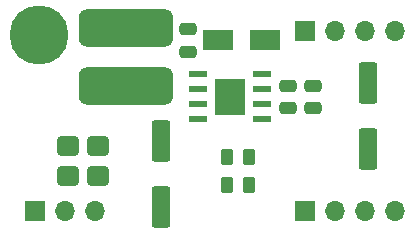
<source format=gts>
%TF.GenerationSoftware,KiCad,Pcbnew,(6.0.8)*%
%TF.CreationDate,2022-12-16T18:18:29+01:00*%
%TF.ProjectId,Single-DCDC-Converter-Rev3,53696e67-6c65-42d4-9443-44432d436f6e,rev?*%
%TF.SameCoordinates,Original*%
%TF.FileFunction,Soldermask,Top*%
%TF.FilePolarity,Negative*%
%FSLAX46Y46*%
G04 Gerber Fmt 4.6, Leading zero omitted, Abs format (unit mm)*
G04 Created by KiCad (PCBNEW (6.0.8)) date 2022-12-16 18:18:29*
%MOMM*%
%LPD*%
G01*
G04 APERTURE LIST*
G04 Aperture macros list*
%AMRoundRect*
0 Rectangle with rounded corners*
0 $1 Rounding radius*
0 $2 $3 $4 $5 $6 $7 $8 $9 X,Y pos of 4 corners*
0 Add a 4 corners polygon primitive as box body*
4,1,4,$2,$3,$4,$5,$6,$7,$8,$9,$2,$3,0*
0 Add four circle primitives for the rounded corners*
1,1,$1+$1,$2,$3*
1,1,$1+$1,$4,$5*
1,1,$1+$1,$6,$7*
1,1,$1+$1,$8,$9*
0 Add four rect primitives between the rounded corners*
20,1,$1+$1,$2,$3,$4,$5,0*
20,1,$1+$1,$4,$5,$6,$7,0*
20,1,$1+$1,$6,$7,$8,$9,0*
20,1,$1+$1,$8,$9,$2,$3,0*%
G04 Aperture macros list end*
%ADD10RoundRect,0.825000X3.175000X0.825000X-3.175000X0.825000X-3.175000X-0.825000X3.175000X-0.825000X0*%
%ADD11RoundRect,0.320754X-0.579246X0.529246X-0.579246X-0.529246X0.579246X-0.529246X0.579246X0.529246X0*%
%ADD12RoundRect,0.250000X-0.475000X0.250000X-0.475000X-0.250000X0.475000X-0.250000X0.475000X0.250000X0*%
%ADD13R,1.700000X1.700000*%
%ADD14O,1.700000X1.700000*%
%ADD15C,5.000000*%
%ADD16RoundRect,0.250000X-0.262500X-0.450000X0.262500X-0.450000X0.262500X0.450000X-0.262500X0.450000X0*%
%ADD17RoundRect,0.250000X-0.550000X1.500000X-0.550000X-1.500000X0.550000X-1.500000X0.550000X1.500000X0*%
%ADD18RoundRect,0.250000X0.262500X0.450000X-0.262500X0.450000X-0.262500X-0.450000X0.262500X-0.450000X0*%
%ADD19R,2.500000X1.800000*%
%ADD20R,2.600000X3.100000*%
%ADD21R,1.550000X0.600000*%
G04 APERTURE END LIST*
D10*
X91440000Y-85615000D03*
X91440000Y-80715000D03*
D11*
X89090000Y-90705000D03*
X89090000Y-93205000D03*
D12*
X96670000Y-80800000D03*
X96670000Y-82700000D03*
D13*
X83780000Y-96135000D03*
D14*
X86320000Y-96135000D03*
X88860000Y-96135000D03*
D13*
X106640000Y-96135000D03*
D14*
X109180000Y-96135000D03*
X111720000Y-96135000D03*
X114260000Y-96135000D03*
D15*
X84130000Y-81235000D03*
D16*
X100047500Y-91635000D03*
X101872500Y-91635000D03*
D11*
X86590000Y-90705000D03*
X86590000Y-93205000D03*
D17*
X94460000Y-90215000D03*
X94460000Y-95815000D03*
D12*
X105160000Y-85565000D03*
X105160000Y-87465000D03*
X107260000Y-85565000D03*
X107260000Y-87465000D03*
D13*
X106640000Y-80895000D03*
D14*
X109180000Y-80895000D03*
X111720000Y-80895000D03*
X114260000Y-80895000D03*
D18*
X101872500Y-93935000D03*
X100047500Y-93935000D03*
D17*
X111960000Y-85315000D03*
X111960000Y-90915000D03*
D19*
X103260000Y-81715000D03*
X99260000Y-81715000D03*
D20*
X100260000Y-86515000D03*
D21*
X97560000Y-84610000D03*
X97560000Y-85880000D03*
X97560000Y-87150000D03*
X97560000Y-88420000D03*
X102960000Y-88420000D03*
X102960000Y-87150000D03*
X102960000Y-85880000D03*
X102960000Y-84610000D03*
M02*

</source>
